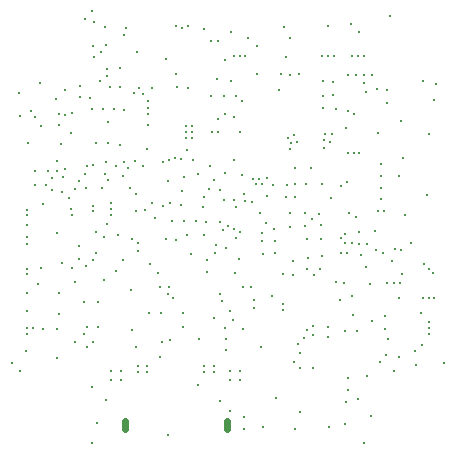
<source format=gbr>
%TF.GenerationSoftware,KiCad,Pcbnew,9.0.0-9.0.0-2~ubuntu24.04.1*%
%TF.CreationDate,2025-03-27T18:59:43+01:00*%
%TF.ProjectId,Kolibri v0.5,4b6f6c69-6272-4692-9076-302e352e6b69,rev?*%
%TF.SameCoordinates,Original*%
%TF.FileFunction,Plated,1,8,PTH,Mixed*%
%TF.FilePolarity,Positive*%
%FSLAX46Y46*%
G04 Gerber Fmt 4.6, Leading zero omitted, Abs format (unit mm)*
G04 Created by KiCad (PCBNEW 9.0.0-9.0.0-2~ubuntu24.04.1) date 2025-03-27 18:59:43*
%MOMM*%
%LPD*%
G01*
G04 APERTURE LIST*
%TA.AperFunction,ViaDrill*%
%ADD10C,0.200000*%
%TD*%
%TA.AperFunction,ComponentDrill*%
%ADD11C,0.200000*%
%TD*%
G04 aperture for slot hole*
%TA.AperFunction,ComponentDrill*%
%ADD12C,0.600000*%
%TD*%
G04 APERTURE END LIST*
D10*
X81733793Y-111494456D03*
X82300000Y-88600000D03*
X82405546Y-112166206D03*
X82425000Y-90613746D03*
X82900000Y-110450000D03*
X83000000Y-98500000D03*
X83000000Y-99000000D03*
X83000000Y-108500000D03*
X83000000Y-109000000D03*
X83020000Y-99800000D03*
X83020000Y-100810000D03*
X83020000Y-101450000D03*
X83020000Y-103925000D03*
X83020000Y-105600000D03*
X83025000Y-103525000D03*
X83025000Y-107100000D03*
X83080000Y-92900000D03*
X83316798Y-90168183D03*
X83500000Y-108500000D03*
X83700000Y-90700000D03*
X83700000Y-95250000D03*
X83700000Y-96400000D03*
X83970000Y-104770000D03*
X84134442Y-87830577D03*
X84150000Y-103450000D03*
X84200000Y-91400000D03*
X84350000Y-98000000D03*
X84350000Y-108600000D03*
X84650000Y-96400000D03*
X84750000Y-95200000D03*
X85080000Y-95800000D03*
X85090266Y-96832133D03*
X85484998Y-89150000D03*
X85500000Y-100500000D03*
X85500000Y-108650000D03*
X85500000Y-111050000D03*
X85522492Y-95264361D03*
X85559468Y-94420705D03*
X85700000Y-105600000D03*
X85700000Y-107350000D03*
X85713365Y-90439786D03*
X85750000Y-91350000D03*
X85900000Y-92950000D03*
X85950000Y-103050000D03*
X85999998Y-97020000D03*
X86088113Y-95727684D03*
X86217049Y-95090597D03*
X86250000Y-88400000D03*
X86250000Y-90500000D03*
X86550000Y-97500000D03*
X86700000Y-92050000D03*
X86700000Y-98450000D03*
X86770000Y-103422604D03*
X86799538Y-90330408D03*
X86800000Y-98950000D03*
X87050000Y-104650000D03*
X87050000Y-109750000D03*
X87100000Y-96800000D03*
X87400000Y-96100000D03*
X87400000Y-101600000D03*
X87400000Y-102700000D03*
X87471446Y-88028554D03*
X87518321Y-88950000D03*
X87800000Y-106332500D03*
X87800000Y-109000000D03*
X87900000Y-82400000D03*
X87925000Y-95500000D03*
X88000000Y-103250000D03*
X88002500Y-96700000D03*
X88050000Y-108487500D03*
X88050000Y-110158648D03*
X88063303Y-94785001D03*
X88309998Y-89020000D03*
X88500000Y-89967500D03*
X88500000Y-113500000D03*
X88505546Y-81733794D03*
X88505546Y-118266206D03*
X88550000Y-84620000D03*
X88598419Y-94712517D03*
X88600000Y-98200000D03*
X88600000Y-98600000D03*
X88600000Y-102800000D03*
X88617967Y-109678648D03*
X88650000Y-82600000D03*
X88650000Y-85600000D03*
X88850000Y-92850000D03*
X88850000Y-102200000D03*
X88868144Y-100386702D03*
X88894454Y-116533794D03*
X89000000Y-106300000D03*
X89050000Y-108487500D03*
X89150000Y-87600000D03*
X89250000Y-85150000D03*
X89315002Y-96700000D03*
X89450000Y-89967500D03*
X89497500Y-100850000D03*
X89500000Y-104450000D03*
X89566206Y-83075000D03*
X89625000Y-95494912D03*
X89700000Y-84600000D03*
X89700000Y-114620000D03*
X89705642Y-94508060D03*
X89750000Y-99717500D03*
X89800000Y-86600000D03*
X89800000Y-87200000D03*
X89835021Y-96038491D03*
X89850000Y-91050000D03*
X89850000Y-92900000D03*
X89995000Y-88110602D03*
X90100000Y-97950000D03*
X90100000Y-98450000D03*
X90100000Y-98950000D03*
X90150000Y-112150000D03*
X90150000Y-112900000D03*
X90400000Y-89967500D03*
X90550000Y-94850000D03*
X90565002Y-103665002D03*
X90700000Y-100700000D03*
X90845000Y-88100000D03*
X90850000Y-86500000D03*
X90900000Y-93000000D03*
X91000000Y-112150000D03*
X91000000Y-112900000D03*
X91100000Y-95650000D03*
X91117500Y-102750000D03*
X91185094Y-94454135D03*
X91200000Y-90100000D03*
X91250000Y-83750000D03*
X91350000Y-83125000D03*
X91572315Y-94988691D03*
X91702513Y-96702513D03*
X91837500Y-105350000D03*
X91850000Y-100999998D03*
X91910000Y-108700000D03*
X92100000Y-88650000D03*
X92116103Y-94382695D03*
X92187500Y-110100000D03*
X92197487Y-97197487D03*
X92250000Y-98600000D03*
X92300000Y-85150000D03*
X92400000Y-101350000D03*
X92400000Y-102050000D03*
X92400000Y-111750000D03*
X92400000Y-112250000D03*
X92500000Y-88200000D03*
X92800000Y-94800000D03*
X92850000Y-88750000D03*
X92950000Y-98550000D03*
X93161009Y-93350726D03*
X93200000Y-111750000D03*
X93200000Y-112250000D03*
X93215000Y-90441742D03*
X93223534Y-91360294D03*
X93250000Y-89350000D03*
X93253338Y-89903102D03*
X93370000Y-107250000D03*
X93384998Y-103100000D03*
X93550000Y-97975000D03*
X93600000Y-88200000D03*
X93850000Y-99200000D03*
X94050000Y-103900000D03*
X94250000Y-105075002D03*
X94250000Y-111000000D03*
X94330000Y-107250000D03*
X94464353Y-109690450D03*
X94474998Y-98241000D03*
X94500000Y-94500000D03*
X94800000Y-85750000D03*
X94800000Y-101000000D03*
X94900000Y-105650000D03*
X94900000Y-117575000D03*
X94950000Y-96100000D03*
X95015002Y-94300000D03*
X95037501Y-105075002D03*
X95084999Y-97986677D03*
X95099000Y-109550000D03*
X95300000Y-99500000D03*
X95400000Y-105980000D03*
X95516382Y-94099448D03*
X95600000Y-83000000D03*
X95600000Y-101050000D03*
X95650000Y-87050000D03*
X95700000Y-88150000D03*
X96045286Y-94257055D03*
X96050000Y-98150000D03*
X96150000Y-83125000D03*
X96150000Y-96950000D03*
X96180000Y-107250000D03*
X96225000Y-108425000D03*
X96300000Y-95750000D03*
X96300000Y-99500000D03*
X96450000Y-91450000D03*
X96450000Y-91950000D03*
X96450000Y-92450000D03*
X96550000Y-100700000D03*
X96587500Y-93450000D03*
X96600000Y-83000000D03*
X96650000Y-88235000D03*
X96900000Y-102300000D03*
X96950000Y-91450000D03*
X96950000Y-91950000D03*
X96950000Y-92450000D03*
X97068939Y-94297663D03*
X97300000Y-99500000D03*
X97440002Y-95484998D03*
X97450000Y-113350000D03*
X97562500Y-109450000D03*
X97880723Y-98291201D03*
X98000000Y-83200000D03*
X98000000Y-100700000D03*
X98000000Y-111750000D03*
X98000000Y-112250000D03*
X98010000Y-97415002D03*
X98182500Y-99550000D03*
X98200000Y-102734998D03*
X98200000Y-103750000D03*
X98439254Y-96771449D03*
X98515000Y-94850000D03*
X98600000Y-84200000D03*
X98600000Y-88850000D03*
X98700000Y-91900000D03*
X98800000Y-95975000D03*
X98800000Y-107700000D03*
X98800000Y-111750000D03*
X98800000Y-112250000D03*
X98950000Y-102150000D03*
X98991811Y-101475764D03*
X99100000Y-87450000D03*
X99200000Y-84200000D03*
X99200000Y-90800000D03*
X99200000Y-91900000D03*
X99300000Y-114700000D03*
X99317500Y-99550000D03*
X99322501Y-96832626D03*
X99350000Y-105650000D03*
X99551613Y-106271084D03*
X99600000Y-100250000D03*
X99700000Y-88850000D03*
X99700000Y-97700000D03*
X99750000Y-90450000D03*
X99775000Y-85875000D03*
X99787500Y-95400000D03*
X99800000Y-108500000D03*
X99837500Y-109450000D03*
X99837500Y-110399998D03*
X99851004Y-101750000D03*
X100027339Y-99866150D03*
X100150000Y-112150000D03*
X100150000Y-112900000D03*
X100150000Y-115550000D03*
X100215000Y-107060000D03*
X100235000Y-83450000D03*
X100250000Y-87600000D03*
X100401509Y-107887149D03*
X100500000Y-85500000D03*
X100500000Y-100150000D03*
X100528824Y-97654690D03*
X100550000Y-90650000D03*
X100550000Y-94300000D03*
X100600000Y-103850000D03*
X100700000Y-88850000D03*
X100700000Y-100909267D03*
X100738175Y-98309565D03*
X100949159Y-102722257D03*
X101000000Y-85500000D03*
X101000000Y-112150000D03*
X101000000Y-112900000D03*
X101003606Y-100438526D03*
X101017500Y-91900000D03*
X101200000Y-89300000D03*
X101200000Y-95550000D03*
X101250000Y-108610000D03*
X101325098Y-105086471D03*
X101380319Y-97198143D03*
X101400000Y-116090000D03*
X101400000Y-117110000D03*
X101450025Y-97809565D03*
X101500000Y-85500000D03*
X101750000Y-84000000D03*
X101975000Y-105075002D03*
X102085000Y-97900000D03*
X102100000Y-95900000D03*
X102250000Y-106150000D03*
X102250000Y-106800000D03*
X102350000Y-96350000D03*
X102450000Y-84650000D03*
X102500000Y-87050000D03*
X102650000Y-95900000D03*
X102714710Y-98756025D03*
X102800000Y-110100000D03*
X102882500Y-100520000D03*
X102900000Y-96350000D03*
X102925611Y-101145566D03*
X102965359Y-102261869D03*
X103000000Y-116875000D03*
X103208671Y-99638402D03*
X103312955Y-97382379D03*
X103352450Y-95830640D03*
X103780000Y-105800000D03*
X103800000Y-96450000D03*
X103933743Y-100150615D03*
X104000000Y-102150000D03*
X104017500Y-101200000D03*
X104050000Y-114450000D03*
X104350000Y-88350000D03*
X104500000Y-87050000D03*
X104639412Y-103939412D03*
X104700000Y-106500000D03*
X104700000Y-107000000D03*
X104800000Y-83050000D03*
X104900000Y-85550000D03*
X104900000Y-97400000D03*
X105000000Y-96450000D03*
X105100000Y-92450000D03*
X105250000Y-84000000D03*
X105300000Y-87100000D03*
X105300000Y-93350000D03*
X105300000Y-98832500D03*
X105300000Y-100000000D03*
X105337500Y-92850000D03*
X105550000Y-102900000D03*
X105550000Y-104017500D03*
X105580360Y-111381512D03*
X105600000Y-92200000D03*
X105650000Y-117100000D03*
X105700000Y-96302500D03*
X105701178Y-97415001D03*
X105732500Y-94950000D03*
X105850000Y-92800000D03*
X105950000Y-109870000D03*
X106000000Y-87050000D03*
X106074064Y-111915995D03*
X106075000Y-110625000D03*
X106100000Y-115650000D03*
X106450000Y-109350000D03*
X106500000Y-98832500D03*
X106500000Y-99870000D03*
X106600000Y-96382379D03*
X106669064Y-103552000D03*
X106681876Y-101013589D03*
X106700000Y-108700000D03*
X106800000Y-102584000D03*
X107065002Y-94950000D03*
X107158731Y-99334954D03*
X107181855Y-111910000D03*
X107250000Y-108400000D03*
X107250000Y-109150000D03*
X107301992Y-104035000D03*
X107700000Y-98850000D03*
X107801522Y-103552000D03*
X107877570Y-99851594D03*
X107917500Y-101000000D03*
X107950000Y-102400000D03*
X107967500Y-96382379D03*
X108000000Y-85500000D03*
X108062500Y-87600000D03*
X108062500Y-88900000D03*
X108100000Y-89900000D03*
X108150000Y-92650000D03*
X108150000Y-93300000D03*
X108250000Y-92100000D03*
X108450000Y-109300000D03*
X108500000Y-83000000D03*
X108500000Y-85500000D03*
X108500000Y-108450000D03*
X108600000Y-116875000D03*
X108650000Y-92800000D03*
X108700000Y-97525002D03*
X108850000Y-92100000D03*
X109000000Y-85500000D03*
X109150000Y-90000000D03*
X109150000Y-104675000D03*
X109500000Y-106200000D03*
X109550000Y-100950000D03*
X109550000Y-102200000D03*
X109600000Y-96500000D03*
X109800000Y-104700000D03*
X109900000Y-116650000D03*
X109950000Y-100550000D03*
X109950000Y-101350000D03*
X109950000Y-108800000D03*
X110000000Y-91600000D03*
X110050000Y-114800000D03*
X110100000Y-96150000D03*
X110100000Y-102200000D03*
X110140000Y-113750000D03*
X110142855Y-90194390D03*
X110150000Y-87100000D03*
X110150000Y-112800000D03*
X110200000Y-93750000D03*
X110250000Y-98800000D03*
X110400000Y-82800000D03*
X110500000Y-85500000D03*
X110515000Y-101376000D03*
X110550000Y-105850000D03*
X110640002Y-107400000D03*
X110650000Y-93750000D03*
X110700000Y-90450000D03*
X110850000Y-87100000D03*
X110850000Y-99100000D03*
X110965002Y-108800000D03*
X111000000Y-85500000D03*
X111000000Y-114550000D03*
X111100000Y-93750000D03*
X111105546Y-83466206D03*
X111150000Y-100390000D03*
X111150000Y-101400000D03*
X111246066Y-102350000D03*
X111494454Y-118266206D03*
X111500000Y-85500000D03*
X111550000Y-87100000D03*
X111550000Y-87750000D03*
X111700000Y-88520000D03*
X111711504Y-103401728D03*
X111800000Y-101447500D03*
X111825000Y-112575000D03*
X112050000Y-104800000D03*
X112165000Y-115985000D03*
X112173750Y-107973750D03*
X112250000Y-87100000D03*
X112500000Y-100300000D03*
X112550000Y-101950000D03*
X112625000Y-88287500D03*
X112700000Y-98650000D03*
X112750000Y-92000000D03*
X112850000Y-111415002D03*
X113000000Y-94650000D03*
X113000000Y-95650000D03*
X113000000Y-96650000D03*
X113000000Y-97650000D03*
X113100000Y-102200000D03*
X113250000Y-98650000D03*
X113350000Y-107482500D03*
X113350000Y-108617500D03*
X113400000Y-110850000D03*
X113450000Y-104750000D03*
X113550000Y-109450000D03*
X113700000Y-82100000D03*
X113900000Y-102900000D03*
X114100000Y-104750000D03*
X114100000Y-112200000D03*
X114189412Y-101860588D03*
X114500000Y-95650000D03*
X114500000Y-106000000D03*
X114500000Y-111000000D03*
X114600000Y-104750000D03*
X114650000Y-91000000D03*
X114650000Y-101950000D03*
X114750000Y-104000000D03*
X114800000Y-94100000D03*
X115000000Y-99000000D03*
X115500000Y-101300000D03*
X115850000Y-110500000D03*
X115900000Y-111650000D03*
X116400000Y-107300000D03*
X116450000Y-109950000D03*
X116500000Y-87600000D03*
X116500000Y-106000000D03*
X116650000Y-103150000D03*
X116850000Y-97300000D03*
X117000000Y-103500000D03*
X117000000Y-106000000D03*
X117000000Y-108000000D03*
X117000000Y-108500000D03*
X117000000Y-109000000D03*
X117050000Y-92100000D03*
X117350000Y-103850000D03*
X117450000Y-89250000D03*
X117500000Y-106000000D03*
X117594454Y-87833794D03*
X118266206Y-111494454D03*
D11*
%TO.C,U7*%
X108950000Y-87700000D03*
X108950000Y-88800000D03*
%TO.C,U6*%
X113512500Y-88387500D03*
X113512500Y-89487500D03*
D12*
%TO.C,J1*%
X91280000Y-117047500D02*
X91280000Y-116447500D01*
X99920000Y-117047500D02*
X99920000Y-116447500D01*
M02*

</source>
